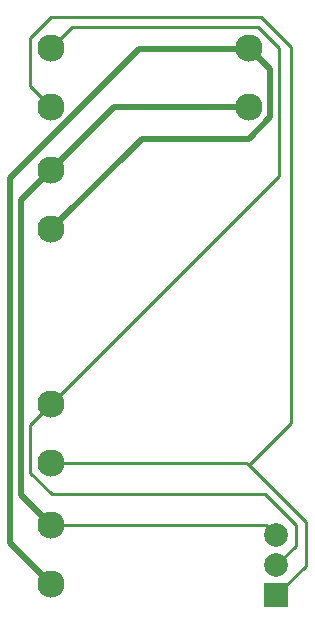
<source format=gtl>
G04 Layer: TopLayer*
G04 EasyEDA Pro v2.2.27.1, 2024-09-10 16:22:17*
G04 Gerber Generator version 0.3*
G04 Scale: 100 percent, Rotated: No, Reflected: No*
G04 Dimensions in millimeters*
G04 Leading zeros omitted, absolute positions, 3 integers and 5 decimals*
%FSLAX35Y35*%
%MOMM*%
%ADD10C,2.3*%
%ADD11R,2.0X2.0*%
%ADD12C,2.0*%
%ADD13C,0.254*%
%ADD14C,0.5*%
G75*


G04 Pad Start*
G54D10*
G01X2044700Y8728901D03*
G01X2044700Y9228900D03*
G01X368300Y5190300D03*
G01X368300Y4690301D03*
G01X368300Y6219000D03*
G01X368300Y5719001D03*
G01X368300Y8200200D03*
G01X368300Y7700201D03*
G01X368300Y9228900D03*
G01X368300Y8728901D03*
G54D11*
G01X2273300Y4597400D03*
G54D12*
G01X2273300Y4851400D03*
G01X2273300Y5105400D03*
G04 Pad End*

G04 Track Start*
G54D13*
G01X368300Y6219000D02*
G01X190500Y6041200D01*
G01X190500Y5634800D01*
G01X370105Y5455194D01*
G01X2173505Y5455194D01*
G01X2439302Y5189397D01*
G01X2439302Y5017402D01*
G01X2273300Y4851400D01*
G01X368300Y6219000D02*
G01X2298700Y8149400D01*
G01X2298700Y9228900D01*
G01X2120900Y9406700D01*
G01X546100Y9406700D01*
G01X368300Y9228900D01*
G01X368300Y5719001D02*
G01X2019300Y5719001D01*
G01X2523300Y5215001D02*
G01X2523300Y4847400D01*
G01X2273300Y4597400D01*
G01X2037261Y5701040D02*
G01X2392861Y6056640D01*
G01X2392861Y9244340D01*
G01X2138861Y9498340D01*
G01X368300Y9498340D01*
G01X190500Y9320540D01*
G01X190500Y8906701D01*
G01X368300Y8728901D01*
G54D14*
G01X2044700Y8728901D02*
G01X897001Y8728901D01*
G54D13*
G01X368300Y5190300D02*
G01X2188401Y5190300D01*
G01X2273300Y5105400D01*
G54D14*
G01X2222500Y9051100D02*
G01X2222500Y8644700D01*
G01X2042895Y8465094D01*
G01X1133194Y8465094D01*
G01X368300Y7700201D01*
G01X2053680Y9219919D02*
G01X1113880Y9219919D01*
G01X21680Y8127719D01*
G01X21680Y5036920D01*
G01X368300Y4690301D01*
G54D13*
G01X2019300Y5719001D02*
G01X2037261Y5701040D01*
G01X2523300Y5215001D01*
G01X2044700Y9228900D02*
G01X2053680Y9219919D01*
G54D14*
G01X2053680Y9219919D02*
G01X2222500Y9051100D01*
G01X897001Y8728901D02*
G01X368300Y8200200D01*
G01X114300Y7946200D01*
G01X114300Y5444300D01*
G01X368300Y5190300D01*
G04 Track End*

M02*


</source>
